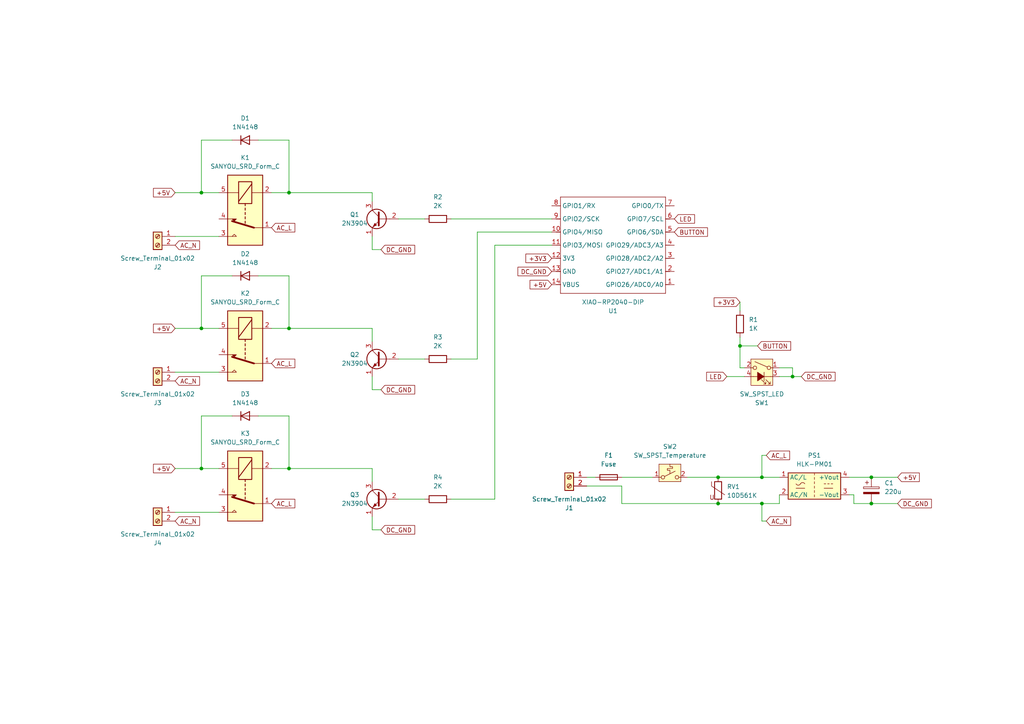
<source format=kicad_sch>
(kicad_sch (version 20250114) (generator "eeschema") (generator_version "9.0")
  (paper "A4")
  (title_block (title "pseq") (date "2025-10-02") (rev "B"))
  (lib_symbols
    (symbol "Connector:Screw_Terminal_01x02" (pin_names (offset 1.016) (hide yes))
      (property "Reference" "J" (at 0 2.54 0))
      (property "Value" "Screw_Terminal_01x02" (at 0 -5.08 0))
      (symbol "Screw_Terminal_01x02_1_1"
        (rectangle (start -1.27 1.27) (end 1.27 -3.81) (stroke (width 0.254)) (fill (type background)))
        (polyline (pts (xy -0.5334 0.3302) (xy 0.3302 -0.508)) (stroke (width 0.1524)))
        (polyline (pts (xy -0.5334 -2.2098) (xy 0.3302 -3.048)) (stroke (width 0.1524)))
        (polyline (pts (xy -0.3556 0.508) (xy 0.508 -0.3302)) (stroke (width 0.1524)))
        (polyline (pts (xy -0.3556 -2.032) (xy 0.508 -2.8702)) (stroke (width 0.1524)))
        (circle (center 0 0) (radius 0.635) (stroke (width 0.1524)))
        (circle (center 0 -2.54) (radius 0.635) (stroke (width 0.1524)))
        (pin passive line (at -5.08 0 0) (length 3.81) (name "Pin_1") (number "1"))
        (pin passive line (at -5.08 -2.54 0) (length 3.81) (name "Pin_2") (number "2"))
      )
    )
    (symbol "Converter_ACDC:HLK-PM01"
      (property "Reference" "PS" (at 0 5.08 0))
      (property "Value" "HLK-PM01" (at 0 -5.08 0))
      (symbol "HLK-PM01_0_1"
        (rectangle (start -7.62 3.81) (end 7.62 -3.81) (stroke (width 0.254)) (fill (type background)))
        (polyline (pts (xy -5.334 -0.635) (xy -2.794 -0.635)))
        (arc (start -4.064 0.635) (mid -4.699 0.2495) (end -5.334 0.635))
        (arc (start -4.064 0.635) (mid -3.429 1.0072) (end -2.794 0.635))
        (polyline (pts (xy 0 3.81) (xy 0 3.175)))
        (polyline (pts (xy 0 2.54) (xy 0 1.905)))
        (polyline (pts (xy 0 1.27) (xy 0 0.635)))
        (polyline (pts (xy 0 0) (xy 0 -0.635)))
        (polyline (pts (xy 0 -1.27) (xy 0 -1.905)))
        (polyline (pts (xy 0 -2.54) (xy 0 -3.175)))
        (polyline (pts (xy 2.794 0.635) (xy 3.302 0.635)))
        (polyline (pts (xy 2.794 -0.635) (xy 5.334 -0.635)))
        (polyline (pts (xy 3.81 0.635) (xy 4.318 0.635)))
        (polyline (pts (xy 4.826 0.635) (xy 5.334 0.635)))
      )
      (symbol "HLK-PM01_1_1"
        (pin power_in line (at -10.16 2.54 0) (length 2.54) (name "AC/L") (number "1"))
        (pin power_in line (at -10.16 -2.54 0) (length 2.54) (name "AC/N") (number "2"))
        (pin power_out line (at 10.16 2.54 180) (length 2.54) (name "+Vout") (number "4"))
        (pin power_out line (at 10.16 -2.54 180) (length 2.54) (name "-Vout") (number "3"))
      )
    )
    (symbol "Device:C_Polarized" (pin_numbers (hide yes)) (pin_names (offset 0.254))
      (property "Reference" "C" (at 0.635 2.54 0))
      (property "Value" "C_Polarized" (at 0.635 -2.54 0))
      (symbol "C_Polarized_0_1"
        (rectangle (start -2.286 0.508) (end 2.286 1.016))
        (polyline (pts (xy -1.778 2.286) (xy -0.762 2.286)))
        (polyline (pts (xy -1.27 2.794) (xy -1.27 1.778)))
        (rectangle (start 2.286 -0.508) (end -2.286 -1.016) (fill (type outline)))
      )
      (symbol "C_Polarized_1_1"
        (pin passive line (at 0 3.81 270) (length 2.794) (name "~") (number "1"))
        (pin passive line (at 0 -3.81 90) (length 2.794) (name "~") (number "2"))
      )
    )
    (symbol "Device:Fuse" (pin_numbers (hide yes)) (pin_names (offset 0))
      (property "Reference" "F" (at 2.032 0 90))
      (property "Value" "Fuse" (at -1.905 0 90))
      (symbol "Fuse_0_1"
        (rectangle (start -0.762 -2.54) (end 0.762 2.54) (stroke (width 0.254)))
        (polyline (pts (xy 0 2.54) (xy 0 -2.54)))
      )
      (symbol "Fuse_1_1"
        (pin passive line (at 0 3.81 270) (length 1.27) (name "~") (number "1"))
        (pin passive line (at 0 -3.81 90) (length 1.27) (name "~") (number "2"))
      )
    )
    (symbol "Device:R" (pin_numbers (hide yes)) (pin_names (offset 0))
      (property "Reference" "R" (at 2.032 0 90))
      (property "Value" "R" (at 0 0 90))
      (symbol "R_0_1"
        (rectangle (start -1.016 -2.54) (end 1.016 2.54) (stroke (width 0.254)))
      )
      (symbol "R_1_1"
        (pin passive line (at 0 3.81 270) (length 1.27) (name "~") (number "1"))
        (pin passive line (at 0 -3.81 90) (length 1.27) (name "~") (number "2"))
      )
    )
    (symbol "Device:Varistor" (pin_numbers (hide yes)) (pin_names (offset 0))
      (property "Reference" "RV" (at 3.175 0 90))
      (property "Value" "Varistor" (at -3.175 0 90))
      (symbol "Varistor_0_0"
        (text "U" (at -1.778 -2.032 0) (effects (font (size 1.27 1.27))))
      )
      (symbol "Varistor_0_1"
        (polyline (pts (xy -1.905 2.54) (xy -1.905 1.27) (xy 1.905 -1.27)))
        (rectangle (start -1.016 -2.54) (end 1.016 2.54) (stroke (width 0.254)))
      )
      (symbol "Varistor_1_1"
        (pin passive line (at 0 3.81 270) (length 1.27) (name "~") (number "1"))
        (pin passive line (at 0 -3.81 90) (length 1.27) (name "~") (number "2"))
      )
    )
    (symbol "Diode:1N4148" (pin_numbers (hide yes)) (pin_names (hide yes))
      (property "Reference" "D" (at 0 2.54 0))
      (property "Value" "1N4148" (at 0 -2.54 0))
      (symbol "1N4148_0_1"
        (polyline (pts (xy -1.27 1.27) (xy -1.27 -1.27)) (stroke (width 0.254)))
        (polyline (pts (xy 1.27 1.27) (xy 1.27 -1.27) (xy -1.27 0) (xy 1.27 1.27)) (stroke (width 0.254)))
        (polyline (pts (xy 1.27 0) (xy -1.27 0)))
      )
      (symbol "1N4148_1_1"
        (pin passive line (at -3.81 0 0) (length 2.54) (name "K") (number "1"))
        (pin passive line (at 3.81 0 180) (length 2.54) (name "A") (number "2"))
      )
    )
    (symbol "Relay:SANYOU_SRD_Form_C"
      (property "Reference" "K" (at 11.43 3.81 0))
      (property "Value" "SANYOU_SRD_Form_C" (at 11.43 1.27 0))
      (symbol "SANYOU_SRD_Form_C_0_0"
        (polyline (pts (xy 7.62 5.08) (xy 7.62 2.54) (xy 6.985 3.175) (xy 7.62 3.81)))
      )
      (symbol "SANYOU_SRD_Form_C_0_1"
        (rectangle (start -10.16 5.08) (end 10.16 -5.08) (stroke (width 0.254)) (fill (type background)))
        (rectangle (start -8.255 1.905) (end -1.905 -1.905) (stroke (width 0.254)))
        (polyline (pts (xy -7.62 -1.905) (xy -2.54 1.905)) (stroke (width 0.254)))
        (polyline (pts (xy -5.08 5.08) (xy -5.08 1.905)))
        (polyline (pts (xy -5.08 -5.08) (xy -5.08 -1.905)))
        (polyline (pts (xy -1.905 0) (xy -1.27 0)) (stroke (width 0.254)))
        (polyline (pts (xy -0.635 0) (xy 0 0)) (stroke (width 0.254)))
        (polyline (pts (xy 0.635 0) (xy 1.27 0)) (stroke (width 0.254)))
        (polyline (pts (xy 1.905 0) (xy 2.54 0)) (stroke (width 0.254)))
        (polyline (pts (xy 3.175 0) (xy 3.81 0)) (stroke (width 0.254)))
        (polyline (pts (xy 5.08 -2.54) (xy 3.175 3.81)) (stroke (width 0.508)))
        (polyline (pts (xy 5.08 -2.54) (xy 5.08 -5.08)))
      )
      (symbol "SANYOU_SRD_Form_C_1_1"
        (polyline (pts (xy 2.54 3.81) (xy 3.175 3.175) (xy 2.54 2.54) (xy 2.54 5.08)) (fill (type outline)))
        (pin passive line (at -5.08 7.62 270) (length 2.54) (name "~") (number "5"))
        (pin passive line (at -5.08 -7.62 90) (length 2.54) (name "~") (number "2"))
        (pin passive line (at 2.54 7.62 270) (length 2.54) (name "~") (number "4"))
        (pin passive line (at 5.08 -7.62 90) (length 2.54) (name "~") (number "1"))
        (pin passive line (at 7.62 7.62 270) (length 2.54) (name "~") (number "3"))
      )
    )
    (symbol "Seeed modules:XIAO-RP2040-DIP"
      (property "Reference" "U" (at 0 0 0))
      (property "Value" "XIAO-RP2040-DIP" (at 5.334 -1.778 0))
      (symbol "XIAO-RP2040-DIP_1_0"
        (polyline (pts (xy -1.27 -2.54) (xy 29.21 -2.54)) (stroke (width 0.1524)))
        (polyline (pts (xy -1.27 -5.08) (xy -2.54 -5.08)) (stroke (width 0.1524)))
        (polyline (pts (xy -1.27 -5.08) (xy -1.27 -2.54)) (stroke (width 0.1524)))
        (polyline (pts (xy -1.27 -8.89) (xy -2.54 -8.89)) (stroke (width 0.1524)))
        (polyline (pts (xy -1.27 -8.89) (xy -1.27 -5.08)) (stroke (width 0.1524)))
        (polyline (pts (xy -1.27 -12.7) (xy -2.54 -12.7)) (stroke (width 0.1524)))
        (polyline (pts (xy -1.27 -12.7) (xy -1.27 -8.89)) (stroke (width 0.1524)))
        (polyline (pts (xy -1.27 -16.51) (xy -2.54 -16.51)) (stroke (width 0.1524)))
        (polyline (pts (xy -1.27 -16.51) (xy -1.27 -12.7)) (stroke (width 0.1524)))
        (polyline (pts (xy -1.27 -20.32) (xy -2.54 -20.32)) (stroke (width 0.1524)))
        (polyline (pts (xy -1.27 -24.13) (xy -2.54 -24.13)) (stroke (width 0.1524)))
        (polyline (pts (xy -1.27 -27.94) (xy -2.54 -27.94)) (stroke (width 0.1524)))
        (polyline (pts (xy -1.27 -30.48) (xy -1.27 -16.51)) (stroke (width 0.1524)))
        (polyline (pts (xy 29.21 -2.54) (xy 29.21 -5.08)) (stroke (width 0.1524)))
        (polyline (pts (xy 29.21 -5.08) (xy 29.21 -8.89)) (stroke (width 0.1524)))
        (polyline (pts (xy 29.21 -8.89) (xy 29.21 -12.7)) (stroke (width 0.1524)))
        (polyline (pts (xy 29.21 -12.7) (xy 29.21 -30.48)) (stroke (width 0.1524)))
        (polyline (pts (xy 29.21 -30.48) (xy -1.27 -30.48)) (stroke (width 0.1524)))
        (polyline (pts (xy 30.48 -5.08) (xy 29.21 -5.08)) (stroke (width 0.1524)))
        (polyline (pts (xy 30.48 -8.89) (xy 29.21 -8.89)) (stroke (width 0.1524)))
        (polyline (pts (xy 30.48 -12.7) (xy 29.21 -12.7)) (stroke (width 0.1524)))
        (polyline (pts (xy 30.48 -16.51) (xy 29.21 -16.51)) (stroke (width 0.1524)))
        (polyline (pts (xy 30.48 -20.32) (xy 29.21 -20.32)) (stroke (width 0.1524)))
        (polyline (pts (xy 30.48 -24.13) (xy 29.21 -24.13)) (stroke (width 0.1524)))
        (polyline (pts (xy 30.48 -27.94) (xy 29.21 -27.94)) (stroke (width 0.1524)))
        (pin passive line (at -3.81 -5.08 0) (length 2.54) (name "GPIO26/ADC0/A0") (number "1"))
        (pin passive line (at -3.81 -8.89 0) (length 2.54) (name "GPIO27/ADC1/A1") (number "2"))
        (pin passive line (at -3.81 -12.7 0) (length 2.54) (name "GPIO28/ADC2/A2") (number "3"))
        (pin passive line (at -3.81 -16.51 0) (length 2.54) (name "GPIO29/ADC3/A3") (number "4"))
        (pin passive line (at -3.81 -20.32 0) (length 2.54) (name "GPIO6/SDA") (number "5"))
        (pin passive line (at -3.81 -24.13 0) (length 2.54) (name "GPIO7/SCL") (number "6"))
        (pin passive line (at -3.81 -27.94 0) (length 2.54) (name "GPIO0/TX") (number "7"))
        (pin passive line (at 31.75 -5.08 180) (length 2.54) (name "VBUS") (number "14"))
        (pin passive line (at 31.75 -8.89 180) (length 2.54) (name "GND") (number "13"))
        (pin passive line (at 31.75 -12.7 180) (length 2.54) (name "3V3") (number "12"))
        (pin passive line (at 31.75 -16.51 180) (length 2.54) (name "GPIO3/MOSI") (number "11"))
        (pin passive line (at 31.75 -20.32 180) (length 2.54) (name "GPIO4/MISO") (number "10"))
        (pin passive line (at 31.75 -24.13 180) (length 2.54) (name "GPIO2/SCK") (number "9"))
        (pin passive line (at 31.75 -27.94 180) (length 2.54) (name "GPIO1/RX") (number "8"))
      )
    )
    (symbol "Switch:SW_SPST_LED" (pin_names (offset 1.016) (hide yes))
      (property "Reference" "SW" (at 0 6.35 0))
      (property "Value" "SW_SPST_LED" (at 0 -3.81 0))
      (symbol "SW_SPST_LED_0_0"
        (polyline (pts (xy -2.54 0) (xy 2.54 0)))
        (polyline (pts (xy -2.413 -1.524) (xy -2.413 -2.159) (xy -1.778 -2.159)))
        (polyline (pts (xy -2.413 -2.159) (xy -1.143 -0.889)))
        (polyline (pts (xy -1.143 -1.524) (xy -1.143 -2.159) (xy -0.508 -2.159)))
        (polyline (pts (xy -1.143 -2.159) (xy 0.127 -0.889)))
        (polyline (pts (xy -0.635 1.27) (xy -0.635 -1.27)))
        (polyline (pts (xy -0.635 0) (xy 1.27 1.27) (xy 1.27 -1.27) (xy -0.635 0)) (fill (type outline)))
      )
      (symbol "SW_SPST_LED_0_1"
        (circle (center -2.032 2.54) (radius 0.508))
        (polyline (pts (xy -1.524 2.794) (xy 2.032 4.318)))
        (circle (center 2.032 2.54) (radius 0.508))
        (pin passive line (at -5.08 2.54 0) (length 2.54) (name "1") (number "1"))
        (pin passive line (at -5.08 0 0) (length 2.54) (name "K") (number "3"))
        (pin passive line (at 5.08 2.54 180) (length 2.54) (name "2") (number "2"))
        (pin passive line (at 5.08 0 180) (length 2.54) (name "A") (number "4"))
      )
      (symbol "SW_SPST_LED_1_1"
        (rectangle (start -3.175 5.08) (end 3.175 -2.54) (fill (type background)))
      )
    )
    (symbol "Switch:SW_SPST_Temperature" (pin_names (offset 0) (hide yes))
      (property "Reference" "SW" (at 0 5.08 0))
      (property "Value" "SW_SPST_Temperature" (at 0 -2.54 0))
      (symbol "SW_SPST_Temperature_0_0"
        (circle (center -2.032 0) (radius 0.508))
        (polyline (pts (xy -1.524 0.254) (xy 1.524 1.778)))
        (polyline (pts (xy 0 1.016) (xy 0 2.032) (xy -0.762 2.032) (xy -0.762 2.54) (xy 0.762 2.54) (xy 0.762 3.048) (xy 0 3.048) (xy 0 3.81)))
        (circle (center 2.032 0) (radius 0.508))
      )
      (symbol "SW_SPST_Temperature_1_1"
        (rectangle (start -3.175 3.81) (end 3.175 -1.27) (fill (type background)))
        (pin passive line (at -5.08 0 0) (length 2.54) (name "A") (number "1"))
        (pin passive line (at 5.08 0 180) (length 2.54) (name "B") (number "2"))
      )
    )
    (symbol "Transistor_BJT:2N3904" (pin_names (offset 0) (hide yes))
      (property "Reference" "Q" (at 5.08 1.905 0))
      (property "Value" "2N3904" (at 5.08 0 0))
      (symbol "2N3904_0_1"
        (polyline (pts (xy -2.54 0) (xy 0.635 0)))
        (polyline (pts (xy 0.635 1.905) (xy 0.635 -1.905)) (stroke (width 0.508)))
        (circle (center 1.27 0) (radius 2.8194) (stroke (width 0.254)))
      )
      (symbol "2N3904_1_1"
        (polyline (pts (xy 0.635 0.635) (xy 2.54 2.54)))
        (polyline (pts (xy 0.635 -0.635) (xy 2.54 -2.54)))
        (polyline (pts (xy 1.27 -1.778) (xy 1.778 -1.27) (xy 2.286 -2.286) (xy 1.27 -1.778)) (fill (type outline)))
        (pin input line (at -5.08 0 0) (length 2.54) (name "B") (number "2"))
        (pin passive line (at 2.54 5.08 270) (length 2.54) (name "C") (number "3"))
        (pin passive line (at 2.54 -5.08 90) (length 2.54) (name "E") (number "1"))
      )
    )
  )
  (junction (at 214.63 100.33))
  (junction (at 83.82 95.25))
  (junction (at 83.82 135.89))
  (junction (at 229.87 109.22))
  (junction (at 208.28 138.43))
  (junction (at 220.98 146.05))
  (junction (at 252.73 138.43))
  (junction (at 252.73 146.05))
  (junction (at 83.82 55.88))
  (junction (at 208.28 146.05))
  (junction (at 58.42 95.25))
  (junction (at 220.98 138.43))
  (junction (at 58.42 55.88))
  (junction (at 58.42 135.89))
  (wire (pts (xy 247.65 146.05) (xy 247.65 143.51)))
  (wire (pts (xy 115.57 104.14) (xy 123.19 104.14)))
  (wire (pts (xy 214.63 100.33) (xy 214.63 106.68)))
  (wire (pts (xy 214.63 90.17) (xy 214.63 87.63)))
  (wire (pts (xy 180.34 146.05) (xy 208.28 146.05)))
  (wire (pts (xy 220.98 138.43) (xy 226.06 138.43)))
  (wire (pts (xy 247.65 143.51) (xy 246.38 143.51)))
  (wire (pts (xy 58.42 80.01) (xy 58.42 95.25)))
  (wire (pts (xy 138.43 67.31) (xy 138.43 104.14)))
  (wire (pts (xy 74.93 40.64) (xy 83.82 40.64)))
  (wire (pts (xy 83.82 40.64) (xy 83.82 55.88)))
  (wire (pts (xy 50.8 95.25) (xy 58.42 95.25)))
  (wire (pts (xy 229.87 106.68) (xy 229.87 109.22)))
  (wire (pts (xy 252.73 146.05) (xy 260.35 146.05)))
  (wire (pts (xy 138.43 104.14) (xy 130.81 104.14)))
  (wire (pts (xy 83.82 120.65) (xy 83.82 135.89)))
  (wire (pts (xy 214.63 97.79) (xy 214.63 100.33)))
  (wire (pts (xy 74.93 120.65) (xy 83.82 120.65)))
  (wire (pts (xy 210.82 109.22) (xy 215.9 109.22)))
  (wire (pts (xy 138.43 67.31) (xy 160.02 67.31)))
  (wire (pts (xy 74.93 80.01) (xy 83.82 80.01)))
  (wire (pts (xy 58.42 95.25) (xy 63.5 95.25)))
  (wire (pts (xy 199.39 138.43) (xy 208.28 138.43)))
  (wire (pts (xy 83.82 135.89) (xy 107.95 135.89)))
  (wire (pts (xy 220.98 146.05) (xy 226.06 146.05)))
  (wire (pts (xy 50.8 107.95) (xy 63.5 107.95)))
  (wire (pts (xy 50.8 135.89) (xy 58.42 135.89)))
  (wire (pts (xy 252.73 146.05) (xy 247.65 146.05)))
  (wire (pts (xy 180.34 140.97) (xy 170.18 140.97)))
  (wire (pts (xy 143.51 71.12) (xy 160.02 71.12)))
  (wire (pts (xy 107.95 113.03) (xy 110.49 113.03)))
  (wire (pts (xy 208.28 146.05) (xy 220.98 146.05)))
  (wire (pts (xy 107.95 72.39) (xy 110.49 72.39)))
  (wire (pts (xy 50.8 55.88) (xy 58.42 55.88)))
  (wire (pts (xy 226.06 106.68) (xy 229.87 106.68)))
  (wire (pts (xy 107.95 95.25) (xy 107.95 99.06)))
  (wire (pts (xy 107.95 109.22) (xy 107.95 113.03)))
  (wire (pts (xy 180.34 138.43) (xy 189.23 138.43)))
  (wire (pts (xy 222.25 132.08) (xy 220.98 132.08)))
  (wire (pts (xy 107.95 149.86) (xy 107.95 153.67)))
  (wire (pts (xy 180.34 146.05) (xy 180.34 140.97)))
  (wire (pts (xy 115.57 63.5) (xy 123.19 63.5)))
  (wire (pts (xy 67.31 120.65) (xy 58.42 120.65)))
  (wire (pts (xy 58.42 120.65) (xy 58.42 135.89)))
  (wire (pts (xy 130.81 63.5) (xy 160.02 63.5)))
  (wire (pts (xy 107.95 68.58) (xy 107.95 72.39)))
  (wire (pts (xy 67.31 40.64) (xy 58.42 40.64)))
  (wire (pts (xy 229.87 109.22) (xy 232.41 109.22)))
  (wire (pts (xy 222.25 151.13) (xy 220.98 151.13)))
  (wire (pts (xy 107.95 55.88) (xy 107.95 58.42)))
  (wire (pts (xy 226.06 109.22) (xy 229.87 109.22)))
  (wire (pts (xy 226.06 146.05) (xy 226.06 143.51)))
  (wire (pts (xy 58.42 40.64) (xy 58.42 55.88)))
  (wire (pts (xy 107.95 153.67) (xy 110.49 153.67)))
  (wire (pts (xy 50.8 148.59) (xy 63.5 148.59)))
  (wire (pts (xy 78.74 135.89) (xy 83.82 135.89)))
  (wire (pts (xy 214.63 100.33) (xy 219.71 100.33)))
  (wire (pts (xy 170.18 138.43) (xy 172.72 138.43)))
  (wire (pts (xy 78.74 95.25) (xy 83.82 95.25)))
  (wire (pts (xy 50.8 68.58) (xy 63.5 68.58)))
  (wire (pts (xy 214.63 106.68) (xy 215.9 106.68)))
  (wire (pts (xy 78.74 55.88) (xy 83.82 55.88)))
  (wire (pts (xy 83.82 95.25) (xy 107.95 95.25)))
  (wire (pts (xy 115.57 144.78) (xy 123.19 144.78)))
  (wire (pts (xy 143.51 71.12) (xy 143.51 144.78)))
  (wire (pts (xy 220.98 151.13) (xy 220.98 146.05)))
  (wire (pts (xy 83.82 80.01) (xy 83.82 95.25)))
  (wire (pts (xy 58.42 135.89) (xy 63.5 135.89)))
  (wire (pts (xy 67.31 80.01) (xy 58.42 80.01)))
  (wire (pts (xy 83.82 55.88) (xy 107.95 55.88)))
  (wire (pts (xy 246.38 138.43) (xy 252.73 138.43)))
  (wire (pts (xy 220.98 132.08) (xy 220.98 138.43)))
  (wire (pts (xy 252.73 138.43) (xy 260.35 138.43)))
  (wire (pts (xy 58.42 55.88) (xy 63.5 55.88)))
  (wire (pts (xy 107.95 135.89) (xy 107.95 139.7)))
  (wire (pts (xy 208.28 138.43) (xy 220.98 138.43)))
  (wire (pts (xy 143.51 144.78) (xy 130.81 144.78)))
  (global_label "DC_GND" (shape input) (at 160.02 78.74 180) (property "Intersheetrefs" "${INTERSHEET_REFS}" (effects (hide yes))))
  (global_label "DC_GND" (shape input) (at 110.49 153.67 0) (property "Intersheetrefs" "${INTERSHEET_REFS}" (effects (hide yes))))
  (global_label "+3V3" (shape input) (at 160.02 74.93 180) (property "Intersheetrefs" "${INTERSHEET_REFS}" (effects (hide yes))))
  (global_label "+5V" (shape input) (at 260.35 138.43 0) (property "Intersheetrefs" "${INTERSHEET_REFS}" (effects (hide yes))))
  (global_label "AC_N" (shape input) (at 50.8 110.49 0) (property "Intersheetrefs" "${INTERSHEET_REFS}" (effects (hide yes))))
  (global_label "AC_N" (shape input) (at 50.8 151.13 0) (property "Intersheetrefs" "${INTERSHEET_REFS}" (effects (hide yes))))
  (global_label "+3V3" (shape input) (at 214.63 87.63 180) (property "Intersheetrefs" "${INTERSHEET_REFS}" (effects (hide yes))))
  (global_label "LED" (shape input) (at 210.82 109.22 180) (property "Intersheetrefs" "${INTERSHEET_REFS}" (effects (hide yes))))
  (global_label "DC_GND" (shape input) (at 110.49 113.03 0) (property "Intersheetrefs" "${INTERSHEET_REFS}" (effects (hide yes))))
  (global_label "AC_L" (shape input) (at 222.25 132.08 0) (property "Intersheetrefs" "${INTERSHEET_REFS}" (effects (hide yes))))
  (global_label "BUTTON" (shape input) (at 219.71 100.33 0) (property "Intersheetrefs" "${INTERSHEET_REFS}" (effects (hide yes))))
  (global_label "AC_L" (shape input) (at 78.74 105.41 0) (property "Intersheetrefs" "${INTERSHEET_REFS}" (effects (hide yes))))
  (global_label "AC_L" (shape input) (at 78.74 146.05 0) (property "Intersheetrefs" "${INTERSHEET_REFS}" (effects (hide yes))))
  (global_label "+5V" (shape input) (at 50.8 55.88 180) (property "Intersheetrefs" "${INTERSHEET_REFS}" (effects (hide yes))))
  (global_label "AC_N" (shape input) (at 50.8 71.12 0) (property "Intersheetrefs" "${INTERSHEET_REFS}" (effects (hide yes))))
  (global_label "DC_GND" (shape input) (at 232.41 109.22 0) (property "Intersheetrefs" "${INTERSHEET_REFS}" (effects (hide yes))))
  (global_label "+5V" (shape input) (at 160.02 82.55 180) (property "Intersheetrefs" "${INTERSHEET_REFS}" (effects (hide yes))))
  (global_label "AC_L" (shape input) (at 78.74 66.04 0) (property "Intersheetrefs" "${INTERSHEET_REFS}" (effects (hide yes))))
  (global_label "+5V" (shape input) (at 50.8 95.25 180) (property "Intersheetrefs" "${INTERSHEET_REFS}" (effects (hide yes))))
  (global_label "BUTTON" (shape input) (at 195.58 67.31 0) (property "Intersheetrefs" "${INTERSHEET_REFS}" (effects (hide yes))))
  (global_label "LED" (shape input) (at 195.58 63.5 0) (property "Intersheetrefs" "${INTERSHEET_REFS}" (effects (hide yes))))
  (global_label "AC_N" (shape input) (at 222.25 151.13 0) (property "Intersheetrefs" "${INTERSHEET_REFS}" (effects (hide yes))))
  (global_label "DC_GND" (shape input) (at 260.35 146.05 0) (property "Intersheetrefs" "${INTERSHEET_REFS}" (effects (hide yes))))
  (global_label "+5V" (shape input) (at 50.8 135.89 180) (property "Intersheetrefs" "${INTERSHEET_REFS}" (effects (hide yes))))
  (global_label "DC_GND" (shape input) (at 110.49 72.39 0) (property "Intersheetrefs" "${INTERSHEET_REFS}" (effects (hide yes))))
  (symbol (lib_id "Seeed modules:XIAO-RP2040-DIP") (at 191.77 87.63 180) (unit 1)
    (property "Reference" "U1" (at 177.8 90.17 0))
    (property "Value" "XIAO-RP2040-DIP" (at 177.8 87.63 0))
    (property "Footprint" "Seeed module footprints:XIAO-RP2040-DIP" (effects (hide yes)))
  )
  (symbol (lib_id "Connector:Screw_Terminal_01x02") (at 45.72 107.95 0) (mirror y) (unit 1)
    (property "Reference" "J3" (at 45.72 116.84 0))
    (property "Value" "Screw_Terminal_01x02" (at 45.72 114.3 0))
    (property "Footprint" "custom:KF8500_2p" (effects (hide yes)))
    (property "Description" "Generic screw terminal, single row, 01x02, script generated (kicad-library-utils/schlib/autogen/connector/)" (effects (hide yes)))
  )
  (symbol (lib_id "Diode:1N4148") (at 71.12 120.65 0) (unit 1)
    (property "Reference" "D3" (at 71.12 114.3 0))
    (property "Value" "1N4148" (at 71.12 116.84 0))
    (property "Footprint" "Diode_THT:D_DO-35_SOD27_P7.62mm_Horizontal" (effects (hide yes)))
    (property "Datasheet" "https://assets.nexperia.com/documents/data-sheet/1N4148_1N4448.pdf" (effects (hide yes)))
    (property "Description" "100V 0.15A standard switching diode, DO-35" (effects (hide yes)))
    (property "Sim.Device" "D" (effects (hide yes)))
    (property "Sim.Pins" "1=K 2=A" (effects (hide yes)))
  )
  (symbol (lib_id "Switch:SW_SPST_LED") (at 220.98 109.22 0) (mirror y) (unit 1)
    (property "Reference" "SW1" (at 220.98 116.84 0))
    (property "Value" "SW_SPST_LED" (at 220.98 114.3 0))
    (property "Footprint" "Connector_PinSocket_2.54mm:PinSocket_1x04_P2.54mm_Vertical" (effects (hide yes)))
    (property "Description" "Single Pole Single Throw (SPST) switch with LED, generic" (effects (hide yes)))
  )
  (symbol (lib_id "Connector:Screw_Terminal_01x02") (at 165.1 138.43 0) (mirror y) (unit 1)
    (property "Reference" "J1" (at 165.1 147.32 0))
    (property "Value" "Screw_Terminal_01x02" (at 165.1 144.78 0))
    (property "Footprint" "custom:KF8500_2p" (effects (hide yes)))
    (property "Description" "Generic screw terminal, single row, 01x02, script generated (kicad-library-utils/schlib/autogen/connector/)" (effects (hide yes)))
  )
  (symbol (lib_id "Switch:SW_SPST_Temperature") (at 194.31 138.43 0) (unit 1)
    (property "Reference" "SW2" (at 194.31 129.54 0))
    (property "Value" "SW_SPST_Temperature" (at 194.31 132.08 0))
    (property "Footprint" "custom:230v_2x" (effects (hide yes)))
    (property "Description" "Single Pole Single Throw (SPST) switch, temperature dependent" (effects (hide yes)))
  )
  (symbol (lib_id "Relay:SANYOU_SRD_Form_C") (at 71.12 60.96 90) (mirror x) (unit 1)
    (property "Reference" "K1" (at 71.12 45.72 90))
    (property "Value" "SANYOU_SRD_Form_C" (at 71.12 48.26 90))
    (property "Footprint" "Relay_THT:Relay_SPDT_SANYOU_SRD_Series_Form_C" (effects (hide yes)))
    (property "Datasheet" "http://www.sanyourelay.ca/public/products/pdf/SRD.pdf" (effects (hide yes)))
    (property "Description" "Sanyo SRD relay, Single Pole Miniature Power Relay," (effects (hide yes)))
  )
  (symbol (lib_id "Transistor_BJT:2N3904") (at 110.49 144.78 0) (mirror y) (unit 1)
    (property "Reference" "Q3" (at 102.87 143.51 0))
    (property "Value" "2N3904" (at 102.87 146.05 0))
    (property "Footprint" "Package_TO_SOT_THT:TO-92_Inline_Wide" (effects (hide yes)))
    (property "Datasheet" "https://www.onsemi.com/pub/Collateral/2N3903-D.PDF" (effects (hide yes)))
    (property "Description" "0.2A Ic, 40V Vce, Small Signal NPN Transistor, TO-92" (effects (hide yes)))
  )
  (symbol (lib_id "Diode:1N4148") (at 71.12 80.01 0) (unit 1)
    (property "Reference" "D2" (at 71.12 73.66 0))
    (property "Value" "1N4148" (at 71.12 76.2 0))
    (property "Footprint" "Diode_THT:D_DO-35_SOD27_P7.62mm_Horizontal" (effects (hide yes)))
    (property "Datasheet" "https://assets.nexperia.com/documents/data-sheet/1N4148_1N4448.pdf" (effects (hide yes)))
    (property "Description" "100V 0.15A standard switching diode, DO-35" (effects (hide yes)))
    (property "Sim.Device" "D" (effects (hide yes)))
    (property "Sim.Pins" "1=K 2=A" (effects (hide yes)))
  )
  (symbol (lib_id "Device:Fuse") (at 176.53 138.43 90) (unit 1)
    (property "Reference" "F1" (at 176.53 132.08 90))
    (property "Value" "Fuse" (at 176.53 134.62 90))
    (property "Footprint" "custom:230v_2x" (effects (hide yes)))
    (property "Description" "Fuse" (effects (hide yes)))
  )
  (symbol (lib_id "Device:Varistor") (at 208.28 142.24 0) (unit 1)
    (property "Reference" "RV1" (at 210.82 141.1632 0) (effects (justify left)))
    (property "Value" "10D561K" (at 210.82 143.7032 0) (effects (justify left)))
    (property "Footprint" "custom:10D561K" (effects (hide yes)))
    (property "Description" "Voltage dependent resistor" (effects (hide yes)))
    (property "Sim.Name" "kicad_builtin_varistor" (effects (hide yes)))
    (property "Sim.Device" "SUBCKT" (effects (hide yes)))
    (property "Sim.Pins" "1=A 2=B" (effects (hide yes)))
    (property "Sim.Params" "threshold=1k" (effects (hide yes)))
    (property "Sim.Library" "${KICAD9_SYMBOL_DIR}/Simulation_SPICE.sp" (effects (hide yes)))
  )
  (symbol (lib_id "Transistor_BJT:2N3904") (at 110.49 104.14 0) (mirror y) (unit 1)
    (property "Reference" "Q2" (at 102.87 102.87 0))
    (property "Value" "2N3904" (at 102.87 105.41 0))
    (property "Footprint" "Package_TO_SOT_THT:TO-92_Inline_Wide" (effects (hide yes)))
    (property "Datasheet" "https://www.onsemi.com/pub/Collateral/2N3903-D.PDF" (effects (hide yes)))
    (property "Description" "0.2A Ic, 40V Vce, Small Signal NPN Transistor, TO-92" (effects (hide yes)))
  )
  (symbol (lib_id "Relay:SANYOU_SRD_Form_C") (at 71.12 100.33 90) (mirror x) (unit 1)
    (property "Reference" "K2" (at 71.12 85.09 90))
    (property "Value" "SANYOU_SRD_Form_C" (at 71.12 87.63 90))
    (property "Footprint" "Relay_THT:Relay_SPDT_SANYOU_SRD_Series_Form_C" (effects (hide yes)))
    (property "Datasheet" "http://www.sanyourelay.ca/public/products/pdf/SRD.pdf" (effects (hide yes)))
    (property "Description" "Sanyo SRD relay, Single Pole Miniature Power Relay," (effects (hide yes)))
  )
  (symbol (lib_id "Device:R") (at 127 63.5 90) (unit 1)
    (property "Reference" "R2" (at 127 57.15 90))
    (property "Value" "2K" (at 127 59.69 90))
    (property "Footprint" "Resistor_THT:R_Axial_DIN0207_L6.3mm_D2.5mm_P10.16mm_Horizontal" (effects (hide yes)))
    (property "Description" "Resistor" (effects (hide yes)))
  )
  (symbol (lib_id "Diode:1N4148") (at 71.12 40.64 0) (unit 1)
    (property "Reference" "D1" (at 71.12 34.29 0))
    (property "Value" "1N4148" (at 71.12 36.83 0))
    (property "Footprint" "Diode_THT:D_DO-35_SOD27_P7.62mm_Horizontal" (effects (hide yes)))
    (property "Datasheet" "https://assets.nexperia.com/documents/data-sheet/1N4148_1N4448.pdf" (effects (hide yes)))
    (property "Description" "100V 0.15A standard switching diode, DO-35" (effects (hide yes)))
    (property "Sim.Device" "D" (effects (hide yes)))
    (property "Sim.Pins" "1=K 2=A" (effects (hide yes)))
  )
  (symbol (lib_id "Device:C_Polarized") (at 252.73 142.24 0) (unit 1)
    (property "Reference" "C1" (at 256.54 140.0809 0) (effects (justify left)))
    (property "Value" "220u" (at 256.54 142.6209 0) (effects (justify left)))
    (property "Footprint" "Capacitor_THT:CP_Radial_D5.0mm_P2.00mm" (effects (hide yes)))
    (property "Description" "Polarized capacitor" (effects (hide yes)))
  )
  (symbol (lib_id "Device:R") (at 214.63 93.98 180) (unit 1)
    (property "Reference" "R1" (at 217.17 92.7099 0) (effects (justify right)))
    (property "Value" "1K" (at 217.17 95.2499 0) (effects (justify right)))
    (property "Footprint" "Resistor_THT:R_Axial_DIN0207_L6.3mm_D2.5mm_P10.16mm_Horizontal" (effects (hide yes)))
    (property "Description" "Resistor" (effects (hide yes)))
  )
  (symbol (lib_id "Device:R") (at 127 104.14 90) (unit 1)
    (property "Reference" "R3" (at 127 97.79 90))
    (property "Value" "2K" (at 127 100.33 90))
    (property "Footprint" "Resistor_THT:R_Axial_DIN0207_L6.3mm_D2.5mm_P10.16mm_Horizontal" (effects (hide yes)))
    (property "Description" "Resistor" (effects (hide yes)))
  )
  (symbol (lib_id "Converter_ACDC:HLK-PM01") (at 236.22 140.97 0) (unit 1)
    (property "Reference" "PS1" (at 236.22 132.08 0))
    (property "Value" "HLK-PM01" (at 236.22 134.62 0))
    (property "Footprint" "Converter_ACDC:Converter_ACDC_Hi-Link_HLK-PMxx" (effects (hide yes)))
    (property "Datasheet" "https://h.hlktech.com/download/ACDC%E7%94%B5%E6%BA%90%E6%A8%A1%E5%9D%973W%E7%B3%BB%E5%88%97/1/%E6%B5%B7%E5%87%8C%E7%A7%913W%E7%B3%BB%E5%88%97%E7%94%B5%E6%BA%90%E6%A8%A1%E5%9D%97%E8%A7%84%E6%A0%BC%E4%B9%A6V2.8.pdf" (effects (hide yes)))
    (property "Description" "Compact AC/DC board mount power module 3W 5V" (effects (hide yes)))
  )
  (symbol (lib_id "Transistor_BJT:2N3904") (at 110.49 63.5 0) (mirror y) (unit 1)
    (property "Reference" "Q1" (at 102.87 62.23 0))
    (property "Value" "2N3904" (at 102.87 64.77 0))
    (property "Footprint" "Package_TO_SOT_THT:TO-92_Inline_Wide" (effects (hide yes)))
    (property "Datasheet" "https://www.onsemi.com/pub/Collateral/2N3903-D.PDF" (effects (hide yes)))
    (property "Description" "0.2A Ic, 40V Vce, Small Signal NPN Transistor, TO-92" (effects (hide yes)))
  )
  (symbol (lib_id "Relay:SANYOU_SRD_Form_C") (at 71.12 140.97 90) (mirror x) (unit 1)
    (property "Reference" "K3" (at 71.12 125.73 90))
    (property "Value" "SANYOU_SRD_Form_C" (at 71.12 128.27 90))
    (property "Footprint" "Relay_THT:Relay_SPDT_SANYOU_SRD_Series_Form_C" (effects (hide yes)))
    (property "Datasheet" "http://www.sanyourelay.ca/public/products/pdf/SRD.pdf" (effects (hide yes)))
    (property "Description" "Sanyo SRD relay, Single Pole Miniature Power Relay," (effects (hide yes)))
  )
  (symbol (lib_id "Connector:Screw_Terminal_01x02") (at 45.72 68.58 0) (mirror y) (unit 1)
    (property "Reference" "J2" (at 45.72 77.47 0))
    (property "Value" "Screw_Terminal_01x02" (at 45.72 74.93 0))
    (property "Footprint" "custom:KF8500_2p" (effects (hide yes)))
    (property "Description" "Generic screw terminal, single row, 01x02, script generated (kicad-library-utils/schlib/autogen/connector/)" (effects (hide yes)))
  )
  (symbol (lib_id "Connector:Screw_Terminal_01x02") (at 45.72 148.59 0) (mirror y) (unit 1)
    (property "Reference" "J4" (at 45.72 157.48 0))
    (property "Value" "Screw_Terminal_01x02" (at 45.72 154.94 0))
    (property "Footprint" "custom:KF8500_2p" (effects (hide yes)))
    (property "Description" "Generic screw terminal, single row, 01x02, script generated (kicad-library-utils/schlib/autogen/connector/)" (effects (hide yes)))
  )
  (symbol (lib_id "Device:R") (at 127 144.78 90) (unit 1)
    (property "Reference" "R4" (at 127 138.43 90))
    (property "Value" "2K" (at 127 140.97 90))
    (property "Footprint" "Resistor_THT:R_Axial_DIN0207_L6.3mm_D2.5mm_P10.16mm_Horizontal" (effects (hide yes)))
    (property "Description" "Resistor" (effects (hide yes)))
  )
)
</source>
